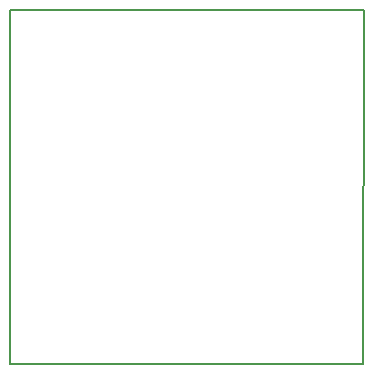
<source format=gko>
G04*
G04 #@! TF.GenerationSoftware,Altium Limited,Altium Designer,18.1.6 (161)*
G04*
G04 Layer_Color=16711935*
%FSLAX44Y44*%
%MOMM*%
G71*
G01*
G75*
%ADD10C,0.2000*%
D10*
X0Y0D02*
Y300000D01*
Y0D02*
X298477D01*
X300000Y300000D01*
X0D02*
X300000D01*
M02*

</source>
